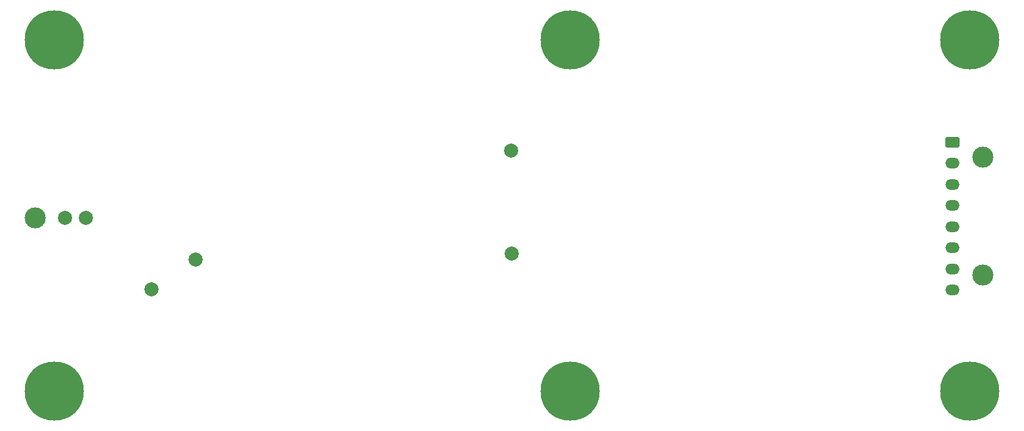
<source format=gbr>
%TF.GenerationSoftware,KiCad,Pcbnew,(6.0.7-1)-1*%
%TF.CreationDate,2022-12-12T00:26:17-05:00*%
%TF.ProjectId,HVPCB,48565043-422e-46b6-9963-61645f706362,rev?*%
%TF.SameCoordinates,Original*%
%TF.FileFunction,Soldermask,Bot*%
%TF.FilePolarity,Negative*%
%FSLAX46Y46*%
G04 Gerber Fmt 4.6, Leading zero omitted, Abs format (unit mm)*
G04 Created by KiCad (PCBNEW (6.0.7-1)-1) date 2022-12-12 00:26:17*
%MOMM*%
%LPD*%
G01*
G04 APERTURE LIST*
G04 Aperture macros list*
%AMRoundRect*
0 Rectangle with rounded corners*
0 $1 Rounding radius*
0 $2 $3 $4 $5 $6 $7 $8 $9 X,Y pos of 4 corners*
0 Add a 4 corners polygon primitive as box body*
4,1,4,$2,$3,$4,$5,$6,$7,$8,$9,$2,$3,0*
0 Add four circle primitives for the rounded corners*
1,1,$1+$1,$2,$3*
1,1,$1+$1,$4,$5*
1,1,$1+$1,$6,$7*
1,1,$1+$1,$8,$9*
0 Add four rect primitives between the rounded corners*
20,1,$1+$1,$2,$3,$4,$5,0*
20,1,$1+$1,$4,$5,$6,$7,0*
20,1,$1+$1,$6,$7,$8,$9,0*
20,1,$1+$1,$8,$9,$2,$3,0*%
G04 Aperture macros list end*
%ADD10C,3.000000*%
%ADD11RoundRect,0.250001X-0.759999X0.499999X-0.759999X-0.499999X0.759999X-0.499999X0.759999X0.499999X0*%
%ADD12O,2.020000X1.500000*%
%ADD13C,8.400000*%
%ADD14C,2.000000*%
G04 APERTURE END LIST*
D10*
%TO.C,J1*%
X215820000Y-85250000D03*
X215820000Y-101950000D03*
D11*
X211500000Y-83100000D03*
D12*
X211500000Y-86100000D03*
X211500000Y-89100000D03*
X211500000Y-92100000D03*
X211500000Y-95100000D03*
X211500000Y-98100000D03*
X211500000Y-101100000D03*
X211500000Y-104100000D03*
%TD*%
D13*
%TO.C,H4*%
X157250000Y-68500000D03*
%TD*%
%TO.C,H2*%
X214000000Y-68500000D03*
%TD*%
%TO.C,H5*%
X84000000Y-68500000D03*
%TD*%
%TO.C,H3*%
X214000000Y-118500000D03*
%TD*%
D14*
%TO.C,TP2*%
X97819789Y-104050477D03*
%TD*%
D10*
%TO.C,U14*%
X81273889Y-93825527D03*
D14*
X85504013Y-93825527D03*
X88504013Y-93825527D03*
%TD*%
D13*
%TO.C,H1*%
X84000000Y-118500000D03*
%TD*%
D14*
%TO.C,TP3*%
X104119789Y-99750477D03*
%TD*%
D13*
%TO.C,H6*%
X157250000Y-118500000D03*
%TD*%
D14*
%TO.C,TP4*%
X148950000Y-98950000D03*
%TD*%
%TO.C,TP5*%
X148900000Y-84300000D03*
%TD*%
M02*

</source>
